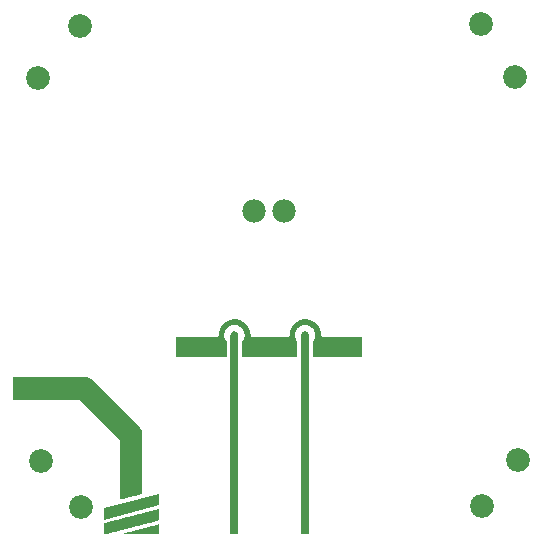
<source format=gtl>
G04 MADE WITH FRITZING*
G04 WWW.FRITZING.ORG*
G04 DOUBLE SIDED*
G04 HOLES PLATED*
G04 CONTOUR ON CENTER OF CONTOUR VECTOR*
%ASAXBY*%
%FSLAX23Y23*%
%MOIN*%
%OFA0B0*%
%SFA1.0B1.0*%
%ADD10C,0.079370*%
%ADD11C,0.078000*%
%ADD12R,0.001000X0.001000*%
%LNCOPPER1*%
G90*
G70*
G54D10*
X1684Y247D03*
X1563Y92D03*
X84Y1521D03*
X222Y1694D03*
X94Y244D03*
X1561Y1698D03*
X1674Y1523D03*
X225Y88D03*
G54D11*
X804Y1075D03*
X904Y1075D03*
G36*
X302Y85D02*
X302Y47D01*
X487Y95D01*
X487Y133D01*
X356Y99D01*
X302Y85D01*
G37*
D02*
G54D12*
X729Y714D02*
X748Y714D01*
X965Y714D02*
X984Y714D01*
X725Y713D02*
X752Y713D01*
X960Y713D02*
X988Y713D01*
X722Y712D02*
X755Y712D01*
X957Y712D02*
X991Y712D01*
X719Y711D02*
X758Y711D01*
X955Y711D02*
X994Y711D01*
X717Y710D02*
X760Y710D01*
X953Y710D02*
X996Y710D01*
X715Y709D02*
X762Y709D01*
X950Y709D02*
X998Y709D01*
X713Y708D02*
X764Y708D01*
X949Y708D02*
X1000Y708D01*
X711Y707D02*
X766Y707D01*
X947Y707D02*
X1002Y707D01*
X710Y706D02*
X767Y706D01*
X945Y706D02*
X1003Y706D01*
X708Y705D02*
X769Y705D01*
X944Y705D02*
X1005Y705D01*
X707Y704D02*
X770Y704D01*
X943Y704D02*
X1006Y704D01*
X706Y703D02*
X771Y703D01*
X941Y703D02*
X1007Y703D01*
X704Y702D02*
X773Y702D01*
X940Y702D02*
X1008Y702D01*
X703Y701D02*
X774Y701D01*
X939Y701D02*
X1009Y701D01*
X702Y700D02*
X775Y700D01*
X938Y700D02*
X1011Y700D01*
X701Y699D02*
X776Y699D01*
X937Y699D02*
X1012Y699D01*
X700Y698D02*
X777Y698D01*
X936Y698D02*
X1012Y698D01*
X699Y697D02*
X778Y697D01*
X935Y697D02*
X1013Y697D01*
X699Y696D02*
X778Y696D01*
X934Y696D02*
X1014Y696D01*
X698Y695D02*
X730Y695D01*
X745Y695D02*
X779Y695D01*
X934Y695D02*
X966Y695D01*
X980Y695D02*
X1015Y695D01*
X697Y694D02*
X727Y694D01*
X749Y694D02*
X780Y694D01*
X933Y694D02*
X962Y694D01*
X984Y694D02*
X1016Y694D01*
X696Y693D02*
X724Y693D01*
X751Y693D02*
X781Y693D01*
X932Y693D02*
X960Y693D01*
X987Y693D02*
X1017Y693D01*
X696Y692D02*
X722Y692D01*
X753Y692D02*
X781Y692D01*
X931Y692D02*
X958Y692D01*
X989Y692D02*
X1017Y692D01*
X695Y691D02*
X720Y691D01*
X755Y691D02*
X782Y691D01*
X931Y691D02*
X956Y691D01*
X991Y691D02*
X1018Y691D01*
X694Y690D02*
X718Y690D01*
X757Y690D02*
X783Y690D01*
X930Y690D02*
X954Y690D01*
X992Y690D02*
X1019Y690D01*
X694Y689D02*
X717Y689D01*
X758Y689D02*
X783Y689D01*
X929Y689D02*
X953Y689D01*
X994Y689D02*
X1019Y689D01*
X693Y688D02*
X716Y688D01*
X760Y688D02*
X784Y688D01*
X929Y688D02*
X951Y688D01*
X995Y688D02*
X1020Y688D01*
X693Y687D02*
X715Y687D01*
X761Y687D02*
X784Y687D01*
X928Y687D02*
X950Y687D01*
X996Y687D02*
X1020Y687D01*
X692Y686D02*
X714Y686D01*
X762Y686D02*
X785Y686D01*
X928Y686D02*
X949Y686D01*
X997Y686D02*
X1021Y686D01*
X692Y685D02*
X713Y685D01*
X763Y685D02*
X785Y685D01*
X927Y685D02*
X948Y685D01*
X998Y685D02*
X1021Y685D01*
X691Y684D02*
X712Y684D01*
X764Y684D02*
X786Y684D01*
X927Y684D02*
X947Y684D01*
X999Y684D02*
X1022Y684D01*
X691Y683D02*
X711Y683D01*
X764Y683D02*
X786Y683D01*
X926Y683D02*
X946Y683D01*
X1000Y683D02*
X1022Y683D01*
X690Y682D02*
X710Y682D01*
X765Y682D02*
X787Y682D01*
X926Y682D02*
X946Y682D01*
X1001Y682D02*
X1023Y682D01*
X690Y681D02*
X709Y681D01*
X766Y681D02*
X787Y681D01*
X926Y681D02*
X945Y681D01*
X1002Y681D02*
X1023Y681D01*
X689Y680D02*
X709Y680D01*
X767Y680D02*
X788Y680D01*
X925Y680D02*
X944Y680D01*
X1002Y680D02*
X1023Y680D01*
X689Y679D02*
X708Y679D01*
X767Y679D02*
X788Y679D01*
X925Y679D02*
X944Y679D01*
X1003Y679D02*
X1024Y679D01*
X689Y678D02*
X707Y678D01*
X768Y678D02*
X788Y678D01*
X925Y678D02*
X943Y678D01*
X1003Y678D02*
X1024Y678D01*
X688Y677D02*
X707Y677D01*
X768Y677D02*
X789Y677D01*
X924Y677D02*
X943Y677D01*
X1004Y677D02*
X1024Y677D01*
X688Y676D02*
X706Y676D01*
X769Y676D02*
X789Y676D01*
X924Y676D02*
X942Y676D01*
X1004Y676D02*
X1025Y676D01*
X688Y675D02*
X706Y675D01*
X769Y675D02*
X789Y675D01*
X924Y675D02*
X942Y675D01*
X1005Y675D02*
X1025Y675D01*
X688Y674D02*
X706Y674D01*
X735Y674D02*
X740Y674D01*
X770Y674D02*
X789Y674D01*
X924Y674D02*
X941Y674D01*
X970Y674D02*
X976Y674D01*
X1005Y674D02*
X1025Y674D01*
X687Y673D02*
X705Y673D01*
X732Y673D02*
X743Y673D01*
X770Y673D02*
X790Y673D01*
X923Y673D02*
X941Y673D01*
X968Y673D02*
X979Y673D01*
X1006Y673D02*
X1025Y673D01*
X687Y672D02*
X705Y672D01*
X731Y672D02*
X745Y672D01*
X770Y672D02*
X790Y672D01*
X923Y672D02*
X941Y672D01*
X966Y672D02*
X980Y672D01*
X1006Y672D02*
X1026Y672D01*
X687Y671D02*
X705Y671D01*
X729Y671D02*
X746Y671D01*
X771Y671D02*
X790Y671D01*
X923Y671D02*
X940Y671D01*
X965Y671D02*
X981Y671D01*
X1006Y671D02*
X1026Y671D01*
X687Y670D02*
X704Y670D01*
X729Y670D02*
X747Y670D01*
X771Y670D02*
X790Y670D01*
X923Y670D02*
X940Y670D01*
X964Y670D02*
X982Y670D01*
X1007Y670D02*
X1026Y670D01*
X687Y669D02*
X704Y669D01*
X728Y669D02*
X748Y669D01*
X771Y669D02*
X790Y669D01*
X923Y669D02*
X940Y669D01*
X963Y669D02*
X983Y669D01*
X1007Y669D02*
X1026Y669D01*
X687Y668D02*
X704Y668D01*
X727Y668D02*
X748Y668D01*
X771Y668D02*
X790Y668D01*
X923Y668D02*
X940Y668D01*
X963Y668D02*
X984Y668D01*
X1007Y668D02*
X1026Y668D01*
X687Y667D02*
X704Y667D01*
X727Y667D02*
X749Y667D01*
X771Y667D02*
X790Y667D01*
X922Y667D02*
X939Y667D01*
X962Y667D02*
X984Y667D01*
X1007Y667D02*
X1026Y667D01*
X687Y666D02*
X704Y666D01*
X726Y666D02*
X749Y666D01*
X772Y666D02*
X790Y666D01*
X922Y666D02*
X939Y666D01*
X962Y666D02*
X985Y666D01*
X1007Y666D02*
X1026Y666D01*
X687Y665D02*
X704Y665D01*
X726Y665D02*
X749Y665D01*
X772Y665D02*
X791Y665D01*
X922Y665D02*
X939Y665D01*
X962Y665D02*
X985Y665D01*
X1007Y665D02*
X1026Y665D01*
X686Y664D02*
X703Y664D01*
X726Y664D02*
X750Y664D01*
X772Y664D02*
X791Y664D01*
X922Y664D02*
X939Y664D01*
X961Y664D02*
X985Y664D01*
X1007Y664D02*
X1026Y664D01*
X686Y663D02*
X703Y663D01*
X726Y663D02*
X750Y663D01*
X772Y663D02*
X791Y663D01*
X922Y663D02*
X939Y663D01*
X961Y663D02*
X985Y663D01*
X1007Y663D02*
X1026Y663D01*
X686Y662D02*
X703Y662D01*
X726Y662D02*
X750Y662D01*
X772Y662D02*
X791Y662D01*
X922Y662D02*
X939Y662D01*
X961Y662D02*
X985Y662D01*
X1008Y662D02*
X1026Y662D01*
X686Y661D02*
X703Y661D01*
X725Y661D02*
X750Y661D01*
X772Y661D02*
X791Y661D01*
X922Y661D02*
X939Y661D01*
X961Y661D02*
X985Y661D01*
X1008Y661D02*
X1027Y661D01*
X686Y660D02*
X703Y660D01*
X725Y660D02*
X750Y660D01*
X772Y660D02*
X791Y660D01*
X922Y660D02*
X939Y660D01*
X961Y660D02*
X985Y660D01*
X1007Y660D02*
X1027Y660D01*
X685Y659D02*
X704Y659D01*
X725Y659D02*
X750Y659D01*
X772Y659D02*
X792Y659D01*
X921Y659D02*
X939Y659D01*
X961Y659D02*
X985Y659D01*
X1007Y659D02*
X1028Y659D01*
X684Y658D02*
X704Y658D01*
X725Y658D02*
X750Y658D01*
X772Y658D02*
X793Y658D01*
X920Y658D02*
X939Y658D01*
X961Y658D02*
X985Y658D01*
X1007Y658D02*
X1028Y658D01*
X683Y657D02*
X704Y657D01*
X725Y657D02*
X750Y657D01*
X772Y657D02*
X794Y657D01*
X919Y657D02*
X939Y657D01*
X961Y657D02*
X985Y657D01*
X1007Y657D02*
X1030Y657D01*
X545Y656D02*
X704Y656D01*
X725Y656D02*
X750Y656D01*
X771Y656D02*
X940Y656D01*
X961Y656D02*
X985Y656D01*
X1007Y656D02*
X1055Y656D01*
X545Y655D02*
X704Y655D01*
X725Y655D02*
X750Y655D01*
X771Y655D02*
X940Y655D01*
X961Y655D02*
X985Y655D01*
X1007Y655D02*
X1161Y655D01*
X545Y654D02*
X704Y654D01*
X725Y654D02*
X750Y654D01*
X771Y654D02*
X940Y654D01*
X961Y654D02*
X985Y654D01*
X1007Y654D02*
X1161Y654D01*
X545Y653D02*
X705Y653D01*
X725Y653D02*
X750Y653D01*
X771Y653D02*
X940Y653D01*
X961Y653D02*
X985Y653D01*
X1006Y653D02*
X1161Y653D01*
X545Y652D02*
X705Y652D01*
X725Y652D02*
X750Y652D01*
X770Y652D02*
X941Y652D01*
X961Y652D02*
X985Y652D01*
X1006Y652D02*
X1161Y652D01*
X545Y651D02*
X705Y651D01*
X725Y651D02*
X750Y651D01*
X770Y651D02*
X941Y651D01*
X961Y651D02*
X985Y651D01*
X1006Y651D02*
X1161Y651D01*
X545Y650D02*
X706Y650D01*
X725Y650D02*
X750Y650D01*
X770Y650D02*
X941Y650D01*
X961Y650D02*
X985Y650D01*
X1005Y650D02*
X1161Y650D01*
X545Y649D02*
X706Y649D01*
X725Y649D02*
X750Y649D01*
X769Y649D02*
X942Y649D01*
X961Y649D02*
X985Y649D01*
X1005Y649D02*
X1161Y649D01*
X545Y648D02*
X706Y648D01*
X725Y648D02*
X750Y648D01*
X769Y648D02*
X942Y648D01*
X961Y648D02*
X985Y648D01*
X1004Y648D02*
X1161Y648D01*
X545Y647D02*
X707Y647D01*
X725Y647D02*
X750Y647D01*
X768Y647D02*
X943Y647D01*
X961Y647D02*
X985Y647D01*
X1004Y647D02*
X1161Y647D01*
X545Y646D02*
X707Y646D01*
X725Y646D02*
X750Y646D01*
X768Y646D02*
X943Y646D01*
X961Y646D02*
X985Y646D01*
X1003Y646D02*
X1161Y646D01*
X545Y645D02*
X708Y645D01*
X725Y645D02*
X750Y645D01*
X767Y645D02*
X944Y645D01*
X961Y645D02*
X985Y645D01*
X1003Y645D02*
X1161Y645D01*
X545Y644D02*
X709Y644D01*
X725Y644D02*
X750Y644D01*
X767Y644D02*
X944Y644D01*
X961Y644D02*
X985Y644D01*
X1002Y644D02*
X1161Y644D01*
X545Y643D02*
X709Y643D01*
X725Y643D02*
X750Y643D01*
X766Y643D02*
X945Y643D01*
X961Y643D02*
X985Y643D01*
X1002Y643D02*
X1161Y643D01*
X545Y642D02*
X710Y642D01*
X725Y642D02*
X750Y642D01*
X765Y642D02*
X946Y642D01*
X961Y642D02*
X985Y642D01*
X1001Y642D02*
X1161Y642D01*
X545Y641D02*
X711Y641D01*
X725Y641D02*
X750Y641D01*
X764Y641D02*
X947Y641D01*
X961Y641D02*
X985Y641D01*
X1000Y641D02*
X1161Y641D01*
X545Y640D02*
X712Y640D01*
X725Y640D02*
X750Y640D01*
X764Y640D02*
X947Y640D01*
X961Y640D02*
X985Y640D01*
X999Y640D02*
X1161Y640D01*
X545Y639D02*
X712Y639D01*
X725Y639D02*
X750Y639D01*
X763Y639D02*
X947Y639D01*
X961Y639D02*
X985Y639D01*
X999Y639D02*
X1161Y639D01*
X545Y638D02*
X712Y638D01*
X725Y638D02*
X750Y638D01*
X763Y638D02*
X947Y638D01*
X961Y638D02*
X985Y638D01*
X999Y638D02*
X1161Y638D01*
X545Y637D02*
X712Y637D01*
X725Y637D02*
X750Y637D01*
X763Y637D02*
X947Y637D01*
X961Y637D02*
X985Y637D01*
X999Y637D02*
X1161Y637D01*
X545Y636D02*
X712Y636D01*
X725Y636D02*
X750Y636D01*
X763Y636D02*
X947Y636D01*
X961Y636D02*
X985Y636D01*
X999Y636D02*
X1161Y636D01*
X545Y635D02*
X712Y635D01*
X725Y635D02*
X750Y635D01*
X763Y635D02*
X947Y635D01*
X961Y635D02*
X985Y635D01*
X999Y635D02*
X1161Y635D01*
X545Y634D02*
X712Y634D01*
X725Y634D02*
X750Y634D01*
X763Y634D02*
X947Y634D01*
X961Y634D02*
X985Y634D01*
X999Y634D02*
X1161Y634D01*
X545Y633D02*
X712Y633D01*
X725Y633D02*
X750Y633D01*
X763Y633D02*
X947Y633D01*
X961Y633D02*
X985Y633D01*
X999Y633D02*
X1161Y633D01*
X545Y632D02*
X712Y632D01*
X725Y632D02*
X750Y632D01*
X763Y632D02*
X947Y632D01*
X961Y632D02*
X985Y632D01*
X999Y632D02*
X1161Y632D01*
X545Y631D02*
X712Y631D01*
X725Y631D02*
X750Y631D01*
X763Y631D02*
X947Y631D01*
X961Y631D02*
X985Y631D01*
X999Y631D02*
X1161Y631D01*
X545Y630D02*
X712Y630D01*
X725Y630D02*
X750Y630D01*
X763Y630D02*
X947Y630D01*
X961Y630D02*
X985Y630D01*
X999Y630D02*
X1161Y630D01*
X545Y629D02*
X712Y629D01*
X725Y629D02*
X750Y629D01*
X763Y629D02*
X947Y629D01*
X961Y629D02*
X985Y629D01*
X999Y629D02*
X1161Y629D01*
X545Y628D02*
X712Y628D01*
X725Y628D02*
X750Y628D01*
X763Y628D02*
X947Y628D01*
X961Y628D02*
X985Y628D01*
X999Y628D02*
X1161Y628D01*
X545Y627D02*
X712Y627D01*
X725Y627D02*
X750Y627D01*
X763Y627D02*
X947Y627D01*
X961Y627D02*
X985Y627D01*
X999Y627D02*
X1161Y627D01*
X545Y626D02*
X712Y626D01*
X725Y626D02*
X750Y626D01*
X763Y626D02*
X947Y626D01*
X961Y626D02*
X985Y626D01*
X999Y626D02*
X1161Y626D01*
X545Y625D02*
X712Y625D01*
X725Y625D02*
X750Y625D01*
X763Y625D02*
X947Y625D01*
X961Y625D02*
X985Y625D01*
X999Y625D02*
X1161Y625D01*
X545Y624D02*
X712Y624D01*
X725Y624D02*
X750Y624D01*
X763Y624D02*
X947Y624D01*
X961Y624D02*
X985Y624D01*
X999Y624D02*
X1161Y624D01*
X545Y623D02*
X712Y623D01*
X725Y623D02*
X750Y623D01*
X763Y623D02*
X947Y623D01*
X961Y623D02*
X985Y623D01*
X999Y623D02*
X1161Y623D01*
X545Y622D02*
X712Y622D01*
X725Y622D02*
X750Y622D01*
X763Y622D02*
X947Y622D01*
X961Y622D02*
X985Y622D01*
X999Y622D02*
X1161Y622D01*
X545Y621D02*
X712Y621D01*
X725Y621D02*
X750Y621D01*
X763Y621D02*
X947Y621D01*
X961Y621D02*
X985Y621D01*
X999Y621D02*
X1161Y621D01*
X545Y620D02*
X712Y620D01*
X725Y620D02*
X750Y620D01*
X763Y620D02*
X947Y620D01*
X961Y620D02*
X985Y620D01*
X999Y620D02*
X1161Y620D01*
X545Y619D02*
X712Y619D01*
X725Y619D02*
X750Y619D01*
X763Y619D02*
X947Y619D01*
X961Y619D02*
X985Y619D01*
X999Y619D02*
X1161Y619D01*
X545Y618D02*
X712Y618D01*
X725Y618D02*
X750Y618D01*
X763Y618D02*
X947Y618D01*
X961Y618D02*
X985Y618D01*
X999Y618D02*
X1161Y618D01*
X545Y617D02*
X712Y617D01*
X725Y617D02*
X750Y617D01*
X763Y617D02*
X947Y617D01*
X961Y617D02*
X985Y617D01*
X999Y617D02*
X1161Y617D01*
X545Y616D02*
X712Y616D01*
X725Y616D02*
X750Y616D01*
X763Y616D02*
X947Y616D01*
X961Y616D02*
X985Y616D01*
X999Y616D02*
X1161Y616D01*
X545Y615D02*
X712Y615D01*
X725Y615D02*
X750Y615D01*
X763Y615D02*
X947Y615D01*
X961Y615D02*
X985Y615D01*
X999Y615D02*
X1161Y615D01*
X545Y614D02*
X712Y614D01*
X725Y614D02*
X750Y614D01*
X763Y614D02*
X947Y614D01*
X961Y614D02*
X985Y614D01*
X999Y614D02*
X1161Y614D01*
X545Y613D02*
X712Y613D01*
X725Y613D02*
X750Y613D01*
X763Y613D02*
X947Y613D01*
X961Y613D02*
X985Y613D01*
X999Y613D02*
X1161Y613D01*
X545Y612D02*
X712Y612D01*
X725Y612D02*
X750Y612D01*
X763Y612D02*
X947Y612D01*
X961Y612D02*
X985Y612D01*
X999Y612D02*
X1161Y612D01*
X545Y611D02*
X712Y611D01*
X725Y611D02*
X750Y611D01*
X763Y611D02*
X947Y611D01*
X961Y611D02*
X985Y611D01*
X999Y611D02*
X1161Y611D01*
X545Y610D02*
X712Y610D01*
X725Y610D02*
X750Y610D01*
X763Y610D02*
X947Y610D01*
X961Y610D02*
X985Y610D01*
X999Y610D02*
X1161Y610D01*
X545Y609D02*
X712Y609D01*
X725Y609D02*
X750Y609D01*
X763Y609D02*
X947Y609D01*
X961Y609D02*
X985Y609D01*
X999Y609D02*
X1161Y609D01*
X545Y608D02*
X712Y608D01*
X725Y608D02*
X750Y608D01*
X763Y608D02*
X947Y608D01*
X961Y608D02*
X985Y608D01*
X999Y608D02*
X1161Y608D01*
X545Y607D02*
X712Y607D01*
X725Y607D02*
X750Y607D01*
X763Y607D02*
X947Y607D01*
X961Y607D02*
X985Y607D01*
X999Y607D02*
X1161Y607D01*
X545Y606D02*
X712Y606D01*
X725Y606D02*
X750Y606D01*
X763Y606D02*
X947Y606D01*
X961Y606D02*
X985Y606D01*
X999Y606D02*
X1161Y606D01*
X545Y605D02*
X712Y605D01*
X725Y605D02*
X750Y605D01*
X763Y605D02*
X947Y605D01*
X961Y605D02*
X985Y605D01*
X999Y605D02*
X1161Y605D01*
X545Y604D02*
X712Y604D01*
X725Y604D02*
X750Y604D01*
X763Y604D02*
X947Y604D01*
X961Y604D02*
X985Y604D01*
X999Y604D02*
X1161Y604D01*
X545Y603D02*
X712Y603D01*
X725Y603D02*
X750Y603D01*
X763Y603D02*
X947Y603D01*
X961Y603D02*
X985Y603D01*
X999Y603D02*
X1161Y603D01*
X545Y602D02*
X712Y602D01*
X725Y602D02*
X750Y602D01*
X763Y602D02*
X947Y602D01*
X961Y602D02*
X985Y602D01*
X999Y602D02*
X1161Y602D01*
X545Y601D02*
X712Y601D01*
X725Y601D02*
X750Y601D01*
X763Y601D02*
X947Y601D01*
X961Y601D02*
X985Y601D01*
X999Y601D02*
X1161Y601D01*
X545Y600D02*
X712Y600D01*
X725Y600D02*
X750Y600D01*
X763Y600D02*
X947Y600D01*
X961Y600D02*
X985Y600D01*
X999Y600D02*
X1161Y600D01*
X545Y599D02*
X712Y599D01*
X725Y599D02*
X750Y599D01*
X763Y599D02*
X947Y599D01*
X961Y599D02*
X985Y599D01*
X999Y599D02*
X1161Y599D01*
X545Y598D02*
X712Y598D01*
X725Y598D02*
X750Y598D01*
X763Y598D02*
X947Y598D01*
X961Y598D02*
X985Y598D01*
X999Y598D02*
X1161Y598D01*
X545Y597D02*
X712Y597D01*
X725Y597D02*
X750Y597D01*
X763Y597D02*
X947Y597D01*
X961Y597D02*
X985Y597D01*
X999Y597D02*
X1161Y597D01*
X545Y596D02*
X712Y596D01*
X725Y596D02*
X750Y596D01*
X763Y596D02*
X947Y596D01*
X961Y596D02*
X985Y596D01*
X999Y596D02*
X1161Y596D01*
X545Y595D02*
X712Y595D01*
X725Y595D02*
X750Y595D01*
X763Y595D02*
X947Y595D01*
X961Y595D02*
X985Y595D01*
X999Y595D02*
X1161Y595D01*
X545Y594D02*
X712Y594D01*
X725Y594D02*
X750Y594D01*
X763Y594D02*
X947Y594D01*
X961Y594D02*
X985Y594D01*
X999Y594D02*
X1161Y594D01*
X545Y593D02*
X712Y593D01*
X725Y593D02*
X750Y593D01*
X763Y593D02*
X947Y593D01*
X961Y593D02*
X985Y593D01*
X999Y593D02*
X1161Y593D01*
X545Y592D02*
X712Y592D01*
X725Y592D02*
X750Y592D01*
X763Y592D02*
X947Y592D01*
X961Y592D02*
X985Y592D01*
X999Y592D02*
X1161Y592D01*
X545Y591D02*
X712Y591D01*
X725Y591D02*
X750Y591D01*
X763Y591D02*
X947Y591D01*
X961Y591D02*
X985Y591D01*
X999Y591D02*
X1161Y591D01*
X545Y590D02*
X712Y590D01*
X725Y590D02*
X750Y590D01*
X763Y590D02*
X947Y590D01*
X961Y590D02*
X985Y590D01*
X999Y590D02*
X1161Y590D01*
X545Y589D02*
X712Y589D01*
X725Y589D02*
X750Y589D01*
X764Y589D02*
X947Y589D01*
X961Y589D02*
X985Y589D01*
X999Y589D02*
X1161Y589D01*
X725Y588D02*
X750Y588D01*
X961Y588D02*
X985Y588D01*
X725Y587D02*
X750Y587D01*
X961Y587D02*
X985Y587D01*
X725Y586D02*
X750Y586D01*
X961Y586D02*
X985Y586D01*
X725Y585D02*
X750Y585D01*
X961Y585D02*
X985Y585D01*
X725Y584D02*
X750Y584D01*
X961Y584D02*
X985Y584D01*
X725Y583D02*
X750Y583D01*
X961Y583D02*
X985Y583D01*
X725Y582D02*
X750Y582D01*
X961Y582D02*
X985Y582D01*
X725Y581D02*
X750Y581D01*
X961Y581D02*
X985Y581D01*
X725Y580D02*
X750Y580D01*
X961Y580D02*
X985Y580D01*
X725Y579D02*
X750Y579D01*
X961Y579D02*
X985Y579D01*
X725Y578D02*
X750Y578D01*
X961Y578D02*
X985Y578D01*
X725Y577D02*
X750Y577D01*
X961Y577D02*
X985Y577D01*
X725Y576D02*
X750Y576D01*
X961Y576D02*
X985Y576D01*
X725Y575D02*
X750Y575D01*
X961Y575D02*
X985Y575D01*
X725Y574D02*
X750Y574D01*
X961Y574D02*
X985Y574D01*
X725Y573D02*
X750Y573D01*
X961Y573D02*
X985Y573D01*
X725Y572D02*
X750Y572D01*
X961Y572D02*
X985Y572D01*
X725Y571D02*
X750Y571D01*
X961Y571D02*
X985Y571D01*
X725Y570D02*
X750Y570D01*
X961Y570D02*
X985Y570D01*
X725Y569D02*
X750Y569D01*
X961Y569D02*
X985Y569D01*
X725Y568D02*
X750Y568D01*
X961Y568D02*
X985Y568D01*
X725Y567D02*
X750Y567D01*
X961Y567D02*
X985Y567D01*
X725Y566D02*
X750Y566D01*
X961Y566D02*
X985Y566D01*
X725Y565D02*
X750Y565D01*
X961Y565D02*
X985Y565D01*
X725Y564D02*
X750Y564D01*
X961Y564D02*
X985Y564D01*
X725Y563D02*
X750Y563D01*
X961Y563D02*
X985Y563D01*
X725Y562D02*
X750Y562D01*
X961Y562D02*
X985Y562D01*
X725Y561D02*
X750Y561D01*
X961Y561D02*
X985Y561D01*
X725Y560D02*
X750Y560D01*
X961Y560D02*
X985Y560D01*
X725Y559D02*
X750Y559D01*
X961Y559D02*
X985Y559D01*
X725Y558D02*
X750Y558D01*
X961Y558D02*
X985Y558D01*
X725Y557D02*
X750Y557D01*
X961Y557D02*
X985Y557D01*
X725Y556D02*
X750Y556D01*
X961Y556D02*
X985Y556D01*
X725Y555D02*
X750Y555D01*
X961Y555D02*
X985Y555D01*
X725Y554D02*
X750Y554D01*
X961Y554D02*
X985Y554D01*
X725Y553D02*
X750Y553D01*
X961Y553D02*
X985Y553D01*
X725Y552D02*
X750Y552D01*
X961Y552D02*
X985Y552D01*
X725Y551D02*
X750Y551D01*
X961Y551D02*
X985Y551D01*
X725Y550D02*
X750Y550D01*
X961Y550D02*
X985Y550D01*
X725Y549D02*
X750Y549D01*
X961Y549D02*
X985Y549D01*
X725Y548D02*
X750Y548D01*
X961Y548D02*
X985Y548D01*
X725Y547D02*
X750Y547D01*
X961Y547D02*
X985Y547D01*
X725Y546D02*
X750Y546D01*
X961Y546D02*
X985Y546D01*
X725Y545D02*
X750Y545D01*
X961Y545D02*
X985Y545D01*
X725Y544D02*
X750Y544D01*
X961Y544D02*
X985Y544D01*
X725Y543D02*
X750Y543D01*
X961Y543D02*
X985Y543D01*
X725Y542D02*
X750Y542D01*
X961Y542D02*
X985Y542D01*
X725Y541D02*
X750Y541D01*
X961Y541D02*
X985Y541D01*
X725Y540D02*
X750Y540D01*
X961Y540D02*
X985Y540D01*
X725Y539D02*
X750Y539D01*
X961Y539D02*
X985Y539D01*
X725Y538D02*
X750Y538D01*
X961Y538D02*
X985Y538D01*
X725Y537D02*
X750Y537D01*
X961Y537D02*
X985Y537D01*
X725Y536D02*
X750Y536D01*
X961Y536D02*
X985Y536D01*
X725Y535D02*
X750Y535D01*
X961Y535D02*
X985Y535D01*
X725Y534D02*
X750Y534D01*
X961Y534D02*
X985Y534D01*
X725Y533D02*
X750Y533D01*
X961Y533D02*
X985Y533D01*
X725Y532D02*
X750Y532D01*
X961Y532D02*
X985Y532D01*
X725Y531D02*
X750Y531D01*
X961Y531D02*
X985Y531D01*
X725Y530D02*
X750Y530D01*
X961Y530D02*
X985Y530D01*
X725Y529D02*
X750Y529D01*
X961Y529D02*
X985Y529D01*
X725Y528D02*
X750Y528D01*
X961Y528D02*
X985Y528D01*
X725Y527D02*
X750Y527D01*
X961Y527D02*
X985Y527D01*
X725Y526D02*
X750Y526D01*
X961Y526D02*
X985Y526D01*
X725Y525D02*
X750Y525D01*
X961Y525D02*
X985Y525D01*
X725Y524D02*
X750Y524D01*
X961Y524D02*
X985Y524D01*
X725Y523D02*
X750Y523D01*
X961Y523D02*
X985Y523D01*
X0Y522D02*
X245Y522D01*
X725Y522D02*
X750Y522D01*
X961Y522D02*
X985Y522D01*
X0Y521D02*
X249Y521D01*
X725Y521D02*
X750Y521D01*
X961Y521D02*
X985Y521D01*
X0Y520D02*
X251Y520D01*
X725Y520D02*
X750Y520D01*
X961Y520D02*
X985Y520D01*
X0Y519D02*
X254Y519D01*
X725Y519D02*
X750Y519D01*
X961Y519D02*
X985Y519D01*
X0Y518D02*
X256Y518D01*
X725Y518D02*
X750Y518D01*
X961Y518D02*
X985Y518D01*
X0Y517D02*
X257Y517D01*
X725Y517D02*
X750Y517D01*
X961Y517D02*
X985Y517D01*
X0Y516D02*
X259Y516D01*
X725Y516D02*
X750Y516D01*
X961Y516D02*
X985Y516D01*
X0Y515D02*
X260Y515D01*
X725Y515D02*
X750Y515D01*
X961Y515D02*
X985Y515D01*
X0Y514D02*
X261Y514D01*
X725Y514D02*
X750Y514D01*
X961Y514D02*
X985Y514D01*
X0Y513D02*
X262Y513D01*
X725Y513D02*
X750Y513D01*
X961Y513D02*
X985Y513D01*
X0Y512D02*
X264Y512D01*
X725Y512D02*
X750Y512D01*
X961Y512D02*
X985Y512D01*
X0Y511D02*
X265Y511D01*
X725Y511D02*
X750Y511D01*
X961Y511D02*
X985Y511D01*
X0Y510D02*
X266Y510D01*
X725Y510D02*
X750Y510D01*
X961Y510D02*
X985Y510D01*
X0Y509D02*
X267Y509D01*
X725Y509D02*
X750Y509D01*
X961Y509D02*
X985Y509D01*
X0Y508D02*
X268Y508D01*
X725Y508D02*
X750Y508D01*
X961Y508D02*
X985Y508D01*
X0Y507D02*
X269Y507D01*
X725Y507D02*
X750Y507D01*
X961Y507D02*
X985Y507D01*
X0Y506D02*
X270Y506D01*
X725Y506D02*
X750Y506D01*
X961Y506D02*
X985Y506D01*
X0Y505D02*
X271Y505D01*
X725Y505D02*
X750Y505D01*
X961Y505D02*
X985Y505D01*
X0Y504D02*
X272Y504D01*
X725Y504D02*
X750Y504D01*
X961Y504D02*
X985Y504D01*
X0Y503D02*
X273Y503D01*
X725Y503D02*
X750Y503D01*
X961Y503D02*
X985Y503D01*
X0Y502D02*
X274Y502D01*
X725Y502D02*
X750Y502D01*
X961Y502D02*
X985Y502D01*
X0Y501D02*
X275Y501D01*
X725Y501D02*
X750Y501D01*
X961Y501D02*
X985Y501D01*
X0Y500D02*
X276Y500D01*
X725Y500D02*
X750Y500D01*
X961Y500D02*
X985Y500D01*
X0Y499D02*
X277Y499D01*
X725Y499D02*
X750Y499D01*
X961Y499D02*
X985Y499D01*
X0Y498D02*
X278Y498D01*
X725Y498D02*
X750Y498D01*
X961Y498D02*
X985Y498D01*
X0Y497D02*
X279Y497D01*
X725Y497D02*
X750Y497D01*
X961Y497D02*
X985Y497D01*
X0Y496D02*
X280Y496D01*
X725Y496D02*
X750Y496D01*
X961Y496D02*
X985Y496D01*
X0Y495D02*
X281Y495D01*
X725Y495D02*
X750Y495D01*
X961Y495D02*
X985Y495D01*
X0Y494D02*
X282Y494D01*
X725Y494D02*
X750Y494D01*
X961Y494D02*
X985Y494D01*
X0Y493D02*
X283Y493D01*
X725Y493D02*
X750Y493D01*
X961Y493D02*
X985Y493D01*
X0Y492D02*
X284Y492D01*
X725Y492D02*
X750Y492D01*
X961Y492D02*
X985Y492D01*
X0Y491D02*
X285Y491D01*
X725Y491D02*
X750Y491D01*
X961Y491D02*
X985Y491D01*
X0Y490D02*
X286Y490D01*
X725Y490D02*
X750Y490D01*
X961Y490D02*
X985Y490D01*
X0Y489D02*
X287Y489D01*
X725Y489D02*
X750Y489D01*
X961Y489D02*
X985Y489D01*
X0Y488D02*
X288Y488D01*
X725Y488D02*
X750Y488D01*
X961Y488D02*
X985Y488D01*
X0Y487D02*
X289Y487D01*
X725Y487D02*
X750Y487D01*
X961Y487D02*
X985Y487D01*
X0Y486D02*
X290Y486D01*
X725Y486D02*
X750Y486D01*
X961Y486D02*
X985Y486D01*
X0Y485D02*
X291Y485D01*
X725Y485D02*
X750Y485D01*
X961Y485D02*
X985Y485D01*
X0Y484D02*
X292Y484D01*
X725Y484D02*
X750Y484D01*
X961Y484D02*
X985Y484D01*
X0Y483D02*
X293Y483D01*
X725Y483D02*
X750Y483D01*
X961Y483D02*
X985Y483D01*
X0Y482D02*
X294Y482D01*
X725Y482D02*
X750Y482D01*
X961Y482D02*
X985Y482D01*
X0Y481D02*
X295Y481D01*
X725Y481D02*
X750Y481D01*
X961Y481D02*
X985Y481D01*
X0Y480D02*
X296Y480D01*
X725Y480D02*
X750Y480D01*
X961Y480D02*
X985Y480D01*
X0Y479D02*
X297Y479D01*
X725Y479D02*
X750Y479D01*
X961Y479D02*
X985Y479D01*
X0Y478D02*
X298Y478D01*
X725Y478D02*
X750Y478D01*
X961Y478D02*
X985Y478D01*
X0Y477D02*
X299Y477D01*
X725Y477D02*
X750Y477D01*
X961Y477D02*
X985Y477D01*
X0Y476D02*
X300Y476D01*
X725Y476D02*
X750Y476D01*
X961Y476D02*
X985Y476D01*
X0Y475D02*
X301Y475D01*
X725Y475D02*
X750Y475D01*
X961Y475D02*
X985Y475D01*
X0Y474D02*
X302Y474D01*
X725Y474D02*
X750Y474D01*
X961Y474D02*
X985Y474D01*
X0Y473D02*
X303Y473D01*
X725Y473D02*
X750Y473D01*
X961Y473D02*
X985Y473D01*
X0Y472D02*
X304Y472D01*
X725Y472D02*
X750Y472D01*
X961Y472D02*
X985Y472D01*
X0Y471D02*
X305Y471D01*
X725Y471D02*
X750Y471D01*
X961Y471D02*
X985Y471D01*
X0Y470D02*
X306Y470D01*
X725Y470D02*
X750Y470D01*
X961Y470D02*
X985Y470D01*
X0Y469D02*
X307Y469D01*
X725Y469D02*
X750Y469D01*
X961Y469D02*
X985Y469D01*
X0Y468D02*
X308Y468D01*
X725Y468D02*
X750Y468D01*
X961Y468D02*
X985Y468D01*
X0Y467D02*
X309Y467D01*
X725Y467D02*
X750Y467D01*
X961Y467D02*
X985Y467D01*
X0Y466D02*
X310Y466D01*
X725Y466D02*
X750Y466D01*
X961Y466D02*
X985Y466D01*
X0Y465D02*
X311Y465D01*
X725Y465D02*
X750Y465D01*
X961Y465D02*
X985Y465D01*
X0Y464D02*
X312Y464D01*
X725Y464D02*
X750Y464D01*
X961Y464D02*
X985Y464D01*
X0Y463D02*
X313Y463D01*
X725Y463D02*
X750Y463D01*
X961Y463D02*
X985Y463D01*
X0Y462D02*
X314Y462D01*
X725Y462D02*
X750Y462D01*
X961Y462D02*
X985Y462D01*
X0Y461D02*
X315Y461D01*
X725Y461D02*
X750Y461D01*
X961Y461D02*
X985Y461D01*
X0Y460D02*
X316Y460D01*
X725Y460D02*
X750Y460D01*
X961Y460D02*
X985Y460D01*
X0Y459D02*
X317Y459D01*
X725Y459D02*
X750Y459D01*
X961Y459D02*
X985Y459D01*
X0Y458D02*
X318Y458D01*
X725Y458D02*
X750Y458D01*
X961Y458D02*
X985Y458D01*
X0Y457D02*
X319Y457D01*
X725Y457D02*
X750Y457D01*
X961Y457D02*
X985Y457D01*
X0Y456D02*
X320Y456D01*
X725Y456D02*
X750Y456D01*
X961Y456D02*
X985Y456D01*
X0Y455D02*
X321Y455D01*
X725Y455D02*
X750Y455D01*
X961Y455D02*
X985Y455D01*
X0Y454D02*
X322Y454D01*
X725Y454D02*
X750Y454D01*
X961Y454D02*
X985Y454D01*
X0Y453D02*
X323Y453D01*
X725Y453D02*
X750Y453D01*
X961Y453D02*
X985Y453D01*
X0Y452D02*
X324Y452D01*
X725Y452D02*
X750Y452D01*
X961Y452D02*
X985Y452D01*
X0Y451D02*
X325Y451D01*
X725Y451D02*
X750Y451D01*
X961Y451D02*
X985Y451D01*
X0Y450D02*
X326Y450D01*
X725Y450D02*
X750Y450D01*
X961Y450D02*
X985Y450D01*
X0Y449D02*
X327Y449D01*
X725Y449D02*
X750Y449D01*
X961Y449D02*
X985Y449D01*
X0Y448D02*
X328Y448D01*
X725Y448D02*
X750Y448D01*
X961Y448D02*
X985Y448D01*
X222Y447D02*
X329Y447D01*
X725Y447D02*
X750Y447D01*
X961Y447D02*
X985Y447D01*
X223Y446D02*
X330Y446D01*
X725Y446D02*
X750Y446D01*
X961Y446D02*
X985Y446D01*
X224Y445D02*
X331Y445D01*
X725Y445D02*
X750Y445D01*
X961Y445D02*
X985Y445D01*
X225Y444D02*
X332Y444D01*
X725Y444D02*
X750Y444D01*
X961Y444D02*
X985Y444D01*
X226Y443D02*
X333Y443D01*
X725Y443D02*
X750Y443D01*
X961Y443D02*
X985Y443D01*
X227Y442D02*
X334Y442D01*
X725Y442D02*
X750Y442D01*
X961Y442D02*
X985Y442D01*
X228Y441D02*
X335Y441D01*
X725Y441D02*
X750Y441D01*
X961Y441D02*
X985Y441D01*
X229Y440D02*
X336Y440D01*
X725Y440D02*
X750Y440D01*
X961Y440D02*
X985Y440D01*
X230Y439D02*
X337Y439D01*
X725Y439D02*
X750Y439D01*
X961Y439D02*
X985Y439D01*
X231Y438D02*
X338Y438D01*
X725Y438D02*
X750Y438D01*
X961Y438D02*
X985Y438D01*
X232Y437D02*
X339Y437D01*
X725Y437D02*
X750Y437D01*
X961Y437D02*
X985Y437D01*
X233Y436D02*
X340Y436D01*
X725Y436D02*
X750Y436D01*
X961Y436D02*
X985Y436D01*
X234Y435D02*
X341Y435D01*
X725Y435D02*
X750Y435D01*
X961Y435D02*
X985Y435D01*
X235Y434D02*
X342Y434D01*
X725Y434D02*
X750Y434D01*
X961Y434D02*
X985Y434D01*
X236Y433D02*
X343Y433D01*
X725Y433D02*
X750Y433D01*
X961Y433D02*
X985Y433D01*
X237Y432D02*
X344Y432D01*
X725Y432D02*
X750Y432D01*
X961Y432D02*
X985Y432D01*
X238Y431D02*
X345Y431D01*
X725Y431D02*
X750Y431D01*
X961Y431D02*
X985Y431D01*
X239Y430D02*
X346Y430D01*
X725Y430D02*
X750Y430D01*
X961Y430D02*
X985Y430D01*
X240Y429D02*
X347Y429D01*
X725Y429D02*
X750Y429D01*
X961Y429D02*
X985Y429D01*
X241Y428D02*
X348Y428D01*
X725Y428D02*
X750Y428D01*
X961Y428D02*
X985Y428D01*
X242Y427D02*
X349Y427D01*
X725Y427D02*
X750Y427D01*
X961Y427D02*
X985Y427D01*
X243Y426D02*
X350Y426D01*
X725Y426D02*
X750Y426D01*
X961Y426D02*
X985Y426D01*
X244Y425D02*
X351Y425D01*
X725Y425D02*
X750Y425D01*
X961Y425D02*
X985Y425D01*
X245Y424D02*
X352Y424D01*
X725Y424D02*
X750Y424D01*
X961Y424D02*
X985Y424D01*
X246Y423D02*
X353Y423D01*
X725Y423D02*
X750Y423D01*
X961Y423D02*
X985Y423D01*
X247Y422D02*
X354Y422D01*
X725Y422D02*
X750Y422D01*
X961Y422D02*
X985Y422D01*
X248Y421D02*
X355Y421D01*
X725Y421D02*
X750Y421D01*
X961Y421D02*
X985Y421D01*
X249Y420D02*
X356Y420D01*
X725Y420D02*
X750Y420D01*
X961Y420D02*
X985Y420D01*
X250Y419D02*
X357Y419D01*
X725Y419D02*
X750Y419D01*
X961Y419D02*
X985Y419D01*
X251Y418D02*
X358Y418D01*
X725Y418D02*
X750Y418D01*
X961Y418D02*
X985Y418D01*
X252Y417D02*
X359Y417D01*
X725Y417D02*
X750Y417D01*
X961Y417D02*
X985Y417D01*
X253Y416D02*
X360Y416D01*
X725Y416D02*
X750Y416D01*
X961Y416D02*
X985Y416D01*
X254Y415D02*
X361Y415D01*
X725Y415D02*
X750Y415D01*
X961Y415D02*
X985Y415D01*
X255Y414D02*
X362Y414D01*
X725Y414D02*
X750Y414D01*
X961Y414D02*
X985Y414D01*
X256Y413D02*
X363Y413D01*
X725Y413D02*
X750Y413D01*
X961Y413D02*
X985Y413D01*
X257Y412D02*
X364Y412D01*
X725Y412D02*
X750Y412D01*
X961Y412D02*
X985Y412D01*
X258Y411D02*
X365Y411D01*
X725Y411D02*
X750Y411D01*
X961Y411D02*
X985Y411D01*
X259Y410D02*
X366Y410D01*
X725Y410D02*
X750Y410D01*
X961Y410D02*
X985Y410D01*
X260Y409D02*
X367Y409D01*
X725Y409D02*
X750Y409D01*
X961Y409D02*
X985Y409D01*
X261Y408D02*
X368Y408D01*
X725Y408D02*
X750Y408D01*
X961Y408D02*
X985Y408D01*
X262Y407D02*
X369Y407D01*
X725Y407D02*
X750Y407D01*
X961Y407D02*
X985Y407D01*
X263Y406D02*
X370Y406D01*
X725Y406D02*
X750Y406D01*
X961Y406D02*
X985Y406D01*
X264Y405D02*
X371Y405D01*
X725Y405D02*
X750Y405D01*
X961Y405D02*
X985Y405D01*
X265Y404D02*
X372Y404D01*
X725Y404D02*
X750Y404D01*
X961Y404D02*
X985Y404D01*
X266Y403D02*
X373Y403D01*
X725Y403D02*
X750Y403D01*
X961Y403D02*
X985Y403D01*
X267Y402D02*
X374Y402D01*
X725Y402D02*
X750Y402D01*
X961Y402D02*
X985Y402D01*
X268Y401D02*
X375Y401D01*
X725Y401D02*
X750Y401D01*
X961Y401D02*
X985Y401D01*
X269Y400D02*
X376Y400D01*
X725Y400D02*
X750Y400D01*
X961Y400D02*
X985Y400D01*
X270Y399D02*
X377Y399D01*
X725Y399D02*
X750Y399D01*
X961Y399D02*
X985Y399D01*
X271Y398D02*
X378Y398D01*
X725Y398D02*
X750Y398D01*
X961Y398D02*
X985Y398D01*
X272Y397D02*
X379Y397D01*
X725Y397D02*
X750Y397D01*
X961Y397D02*
X985Y397D01*
X273Y396D02*
X380Y396D01*
X725Y396D02*
X750Y396D01*
X961Y396D02*
X985Y396D01*
X274Y395D02*
X381Y395D01*
X725Y395D02*
X750Y395D01*
X961Y395D02*
X985Y395D01*
X275Y394D02*
X382Y394D01*
X725Y394D02*
X750Y394D01*
X961Y394D02*
X985Y394D01*
X276Y393D02*
X383Y393D01*
X725Y393D02*
X750Y393D01*
X961Y393D02*
X985Y393D01*
X277Y392D02*
X384Y392D01*
X725Y392D02*
X750Y392D01*
X961Y392D02*
X985Y392D01*
X278Y391D02*
X385Y391D01*
X725Y391D02*
X750Y391D01*
X961Y391D02*
X985Y391D01*
X279Y390D02*
X386Y390D01*
X725Y390D02*
X750Y390D01*
X961Y390D02*
X985Y390D01*
X280Y389D02*
X387Y389D01*
X725Y389D02*
X750Y389D01*
X961Y389D02*
X985Y389D01*
X281Y388D02*
X388Y388D01*
X725Y388D02*
X750Y388D01*
X961Y388D02*
X985Y388D01*
X282Y387D02*
X389Y387D01*
X725Y387D02*
X750Y387D01*
X961Y387D02*
X985Y387D01*
X283Y386D02*
X390Y386D01*
X725Y386D02*
X750Y386D01*
X961Y386D02*
X985Y386D01*
X284Y385D02*
X391Y385D01*
X725Y385D02*
X750Y385D01*
X961Y385D02*
X985Y385D01*
X285Y384D02*
X392Y384D01*
X725Y384D02*
X750Y384D01*
X961Y384D02*
X985Y384D01*
X286Y383D02*
X393Y383D01*
X725Y383D02*
X750Y383D01*
X961Y383D02*
X985Y383D01*
X287Y382D02*
X394Y382D01*
X725Y382D02*
X750Y382D01*
X961Y382D02*
X985Y382D01*
X288Y381D02*
X395Y381D01*
X725Y381D02*
X750Y381D01*
X961Y381D02*
X985Y381D01*
X289Y380D02*
X396Y380D01*
X725Y380D02*
X750Y380D01*
X961Y380D02*
X985Y380D01*
X290Y379D02*
X397Y379D01*
X725Y379D02*
X750Y379D01*
X961Y379D02*
X985Y379D01*
X291Y378D02*
X398Y378D01*
X725Y378D02*
X750Y378D01*
X961Y378D02*
X985Y378D01*
X292Y377D02*
X399Y377D01*
X725Y377D02*
X750Y377D01*
X961Y377D02*
X985Y377D01*
X293Y376D02*
X400Y376D01*
X725Y376D02*
X750Y376D01*
X961Y376D02*
X985Y376D01*
X294Y375D02*
X401Y375D01*
X725Y375D02*
X750Y375D01*
X961Y375D02*
X985Y375D01*
X295Y374D02*
X402Y374D01*
X725Y374D02*
X750Y374D01*
X961Y374D02*
X985Y374D01*
X296Y373D02*
X403Y373D01*
X725Y373D02*
X750Y373D01*
X961Y373D02*
X985Y373D01*
X297Y372D02*
X404Y372D01*
X725Y372D02*
X750Y372D01*
X961Y372D02*
X985Y372D01*
X298Y371D02*
X405Y371D01*
X725Y371D02*
X750Y371D01*
X961Y371D02*
X985Y371D01*
X299Y370D02*
X406Y370D01*
X725Y370D02*
X750Y370D01*
X961Y370D02*
X985Y370D01*
X300Y369D02*
X407Y369D01*
X725Y369D02*
X750Y369D01*
X961Y369D02*
X985Y369D01*
X301Y368D02*
X408Y368D01*
X725Y368D02*
X750Y368D01*
X961Y368D02*
X985Y368D01*
X302Y367D02*
X409Y367D01*
X725Y367D02*
X750Y367D01*
X961Y367D02*
X985Y367D01*
X303Y366D02*
X410Y366D01*
X725Y366D02*
X750Y366D01*
X961Y366D02*
X985Y366D01*
X304Y365D02*
X411Y365D01*
X725Y365D02*
X750Y365D01*
X961Y365D02*
X985Y365D01*
X305Y364D02*
X412Y364D01*
X725Y364D02*
X750Y364D01*
X961Y364D02*
X985Y364D01*
X306Y363D02*
X413Y363D01*
X725Y363D02*
X750Y363D01*
X961Y363D02*
X985Y363D01*
X307Y362D02*
X414Y362D01*
X725Y362D02*
X750Y362D01*
X961Y362D02*
X985Y362D01*
X308Y361D02*
X415Y361D01*
X725Y361D02*
X750Y361D01*
X961Y361D02*
X985Y361D01*
X309Y360D02*
X416Y360D01*
X725Y360D02*
X750Y360D01*
X961Y360D02*
X985Y360D01*
X310Y359D02*
X417Y359D01*
X725Y359D02*
X750Y359D01*
X961Y359D02*
X985Y359D01*
X311Y358D02*
X418Y358D01*
X725Y358D02*
X750Y358D01*
X961Y358D02*
X985Y358D01*
X312Y357D02*
X419Y357D01*
X725Y357D02*
X750Y357D01*
X961Y357D02*
X985Y357D01*
X313Y356D02*
X420Y356D01*
X725Y356D02*
X750Y356D01*
X961Y356D02*
X985Y356D01*
X314Y355D02*
X420Y355D01*
X725Y355D02*
X750Y355D01*
X961Y355D02*
X985Y355D01*
X315Y354D02*
X421Y354D01*
X725Y354D02*
X750Y354D01*
X961Y354D02*
X985Y354D01*
X316Y353D02*
X422Y353D01*
X725Y353D02*
X750Y353D01*
X961Y353D02*
X985Y353D01*
X317Y352D02*
X423Y352D01*
X725Y352D02*
X750Y352D01*
X961Y352D02*
X985Y352D01*
X318Y351D02*
X424Y351D01*
X725Y351D02*
X750Y351D01*
X961Y351D02*
X985Y351D01*
X319Y350D02*
X424Y350D01*
X725Y350D02*
X750Y350D01*
X961Y350D02*
X985Y350D01*
X320Y349D02*
X425Y349D01*
X725Y349D02*
X750Y349D01*
X961Y349D02*
X985Y349D01*
X321Y348D02*
X426Y348D01*
X725Y348D02*
X750Y348D01*
X961Y348D02*
X985Y348D01*
X322Y347D02*
X426Y347D01*
X725Y347D02*
X750Y347D01*
X961Y347D02*
X985Y347D01*
X323Y346D02*
X427Y346D01*
X725Y346D02*
X750Y346D01*
X961Y346D02*
X985Y346D01*
X324Y345D02*
X427Y345D01*
X725Y345D02*
X750Y345D01*
X961Y345D02*
X985Y345D01*
X325Y344D02*
X428Y344D01*
X725Y344D02*
X750Y344D01*
X961Y344D02*
X985Y344D01*
X326Y343D02*
X428Y343D01*
X725Y343D02*
X750Y343D01*
X961Y343D02*
X985Y343D01*
X327Y342D02*
X428Y342D01*
X725Y342D02*
X750Y342D01*
X961Y342D02*
X985Y342D01*
X328Y341D02*
X429Y341D01*
X725Y341D02*
X750Y341D01*
X961Y341D02*
X985Y341D01*
X329Y340D02*
X429Y340D01*
X725Y340D02*
X750Y340D01*
X961Y340D02*
X985Y340D01*
X330Y339D02*
X429Y339D01*
X725Y339D02*
X750Y339D01*
X961Y339D02*
X985Y339D01*
X331Y338D02*
X429Y338D01*
X725Y338D02*
X750Y338D01*
X961Y338D02*
X985Y338D01*
X332Y337D02*
X430Y337D01*
X725Y337D02*
X750Y337D01*
X961Y337D02*
X985Y337D01*
X333Y336D02*
X430Y336D01*
X725Y336D02*
X750Y336D01*
X961Y336D02*
X985Y336D01*
X334Y335D02*
X430Y335D01*
X725Y335D02*
X750Y335D01*
X961Y335D02*
X985Y335D01*
X335Y334D02*
X430Y334D01*
X725Y334D02*
X750Y334D01*
X961Y334D02*
X985Y334D01*
X336Y333D02*
X430Y333D01*
X725Y333D02*
X750Y333D01*
X961Y333D02*
X985Y333D01*
X337Y332D02*
X430Y332D01*
X725Y332D02*
X750Y332D01*
X961Y332D02*
X985Y332D01*
X338Y331D02*
X430Y331D01*
X725Y331D02*
X750Y331D01*
X961Y331D02*
X985Y331D01*
X339Y330D02*
X430Y330D01*
X725Y330D02*
X750Y330D01*
X961Y330D02*
X985Y330D01*
X340Y329D02*
X430Y329D01*
X725Y329D02*
X750Y329D01*
X961Y329D02*
X985Y329D01*
X341Y328D02*
X430Y328D01*
X725Y328D02*
X750Y328D01*
X961Y328D02*
X985Y328D01*
X342Y327D02*
X430Y327D01*
X725Y327D02*
X750Y327D01*
X961Y327D02*
X985Y327D01*
X343Y326D02*
X430Y326D01*
X725Y326D02*
X750Y326D01*
X961Y326D02*
X985Y326D01*
X344Y325D02*
X430Y325D01*
X725Y325D02*
X750Y325D01*
X961Y325D02*
X985Y325D01*
X345Y324D02*
X430Y324D01*
X725Y324D02*
X750Y324D01*
X961Y324D02*
X985Y324D01*
X346Y323D02*
X430Y323D01*
X725Y323D02*
X750Y323D01*
X961Y323D02*
X985Y323D01*
X347Y322D02*
X430Y322D01*
X725Y322D02*
X750Y322D01*
X961Y322D02*
X985Y322D01*
X348Y321D02*
X430Y321D01*
X725Y321D02*
X750Y321D01*
X961Y321D02*
X985Y321D01*
X349Y320D02*
X430Y320D01*
X725Y320D02*
X750Y320D01*
X961Y320D02*
X985Y320D01*
X350Y319D02*
X430Y319D01*
X725Y319D02*
X750Y319D01*
X961Y319D02*
X985Y319D01*
X351Y318D02*
X430Y318D01*
X725Y318D02*
X750Y318D01*
X961Y318D02*
X985Y318D01*
X352Y317D02*
X430Y317D01*
X725Y317D02*
X750Y317D01*
X961Y317D02*
X985Y317D01*
X353Y316D02*
X430Y316D01*
X725Y316D02*
X750Y316D01*
X961Y316D02*
X985Y316D01*
X354Y315D02*
X430Y315D01*
X725Y315D02*
X750Y315D01*
X961Y315D02*
X985Y315D01*
X355Y314D02*
X430Y314D01*
X725Y314D02*
X750Y314D01*
X961Y314D02*
X985Y314D01*
X356Y313D02*
X430Y313D01*
X725Y313D02*
X750Y313D01*
X961Y313D02*
X985Y313D01*
X356Y312D02*
X430Y312D01*
X725Y312D02*
X750Y312D01*
X961Y312D02*
X985Y312D01*
X356Y311D02*
X430Y311D01*
X725Y311D02*
X750Y311D01*
X961Y311D02*
X985Y311D01*
X356Y310D02*
X430Y310D01*
X725Y310D02*
X750Y310D01*
X961Y310D02*
X985Y310D01*
X356Y309D02*
X430Y309D01*
X725Y309D02*
X750Y309D01*
X961Y309D02*
X985Y309D01*
X356Y308D02*
X430Y308D01*
X725Y308D02*
X750Y308D01*
X961Y308D02*
X985Y308D01*
X356Y307D02*
X430Y307D01*
X725Y307D02*
X750Y307D01*
X961Y307D02*
X985Y307D01*
X356Y306D02*
X430Y306D01*
X725Y306D02*
X750Y306D01*
X961Y306D02*
X985Y306D01*
X356Y305D02*
X430Y305D01*
X725Y305D02*
X750Y305D01*
X961Y305D02*
X985Y305D01*
X356Y304D02*
X430Y304D01*
X725Y304D02*
X750Y304D01*
X961Y304D02*
X985Y304D01*
X356Y303D02*
X430Y303D01*
X725Y303D02*
X750Y303D01*
X961Y303D02*
X985Y303D01*
X356Y302D02*
X430Y302D01*
X725Y302D02*
X750Y302D01*
X961Y302D02*
X985Y302D01*
X356Y301D02*
X430Y301D01*
X725Y301D02*
X750Y301D01*
X961Y301D02*
X985Y301D01*
X356Y300D02*
X430Y300D01*
X725Y300D02*
X750Y300D01*
X961Y300D02*
X985Y300D01*
X356Y299D02*
X430Y299D01*
X725Y299D02*
X750Y299D01*
X961Y299D02*
X985Y299D01*
X356Y298D02*
X430Y298D01*
X725Y298D02*
X750Y298D01*
X961Y298D02*
X985Y298D01*
X356Y297D02*
X430Y297D01*
X725Y297D02*
X750Y297D01*
X961Y297D02*
X985Y297D01*
X356Y296D02*
X430Y296D01*
X725Y296D02*
X750Y296D01*
X961Y296D02*
X985Y296D01*
X356Y295D02*
X430Y295D01*
X725Y295D02*
X750Y295D01*
X961Y295D02*
X985Y295D01*
X356Y294D02*
X430Y294D01*
X725Y294D02*
X750Y294D01*
X961Y294D02*
X985Y294D01*
X356Y293D02*
X430Y293D01*
X725Y293D02*
X750Y293D01*
X961Y293D02*
X985Y293D01*
X356Y292D02*
X430Y292D01*
X725Y292D02*
X750Y292D01*
X961Y292D02*
X985Y292D01*
X356Y291D02*
X430Y291D01*
X725Y291D02*
X750Y291D01*
X961Y291D02*
X985Y291D01*
X356Y290D02*
X430Y290D01*
X725Y290D02*
X750Y290D01*
X961Y290D02*
X985Y290D01*
X356Y289D02*
X430Y289D01*
X725Y289D02*
X750Y289D01*
X961Y289D02*
X985Y289D01*
X356Y288D02*
X430Y288D01*
X725Y288D02*
X750Y288D01*
X961Y288D02*
X985Y288D01*
X356Y287D02*
X430Y287D01*
X725Y287D02*
X750Y287D01*
X961Y287D02*
X985Y287D01*
X356Y286D02*
X430Y286D01*
X725Y286D02*
X750Y286D01*
X961Y286D02*
X985Y286D01*
X356Y285D02*
X430Y285D01*
X725Y285D02*
X750Y285D01*
X961Y285D02*
X985Y285D01*
X356Y284D02*
X430Y284D01*
X725Y284D02*
X750Y284D01*
X961Y284D02*
X985Y284D01*
X356Y283D02*
X430Y283D01*
X725Y283D02*
X750Y283D01*
X961Y283D02*
X985Y283D01*
X356Y282D02*
X430Y282D01*
X725Y282D02*
X750Y282D01*
X961Y282D02*
X985Y282D01*
X356Y281D02*
X430Y281D01*
X725Y281D02*
X750Y281D01*
X961Y281D02*
X985Y281D01*
X356Y280D02*
X430Y280D01*
X725Y280D02*
X750Y280D01*
X961Y280D02*
X985Y280D01*
X356Y279D02*
X430Y279D01*
X725Y279D02*
X750Y279D01*
X961Y279D02*
X985Y279D01*
X356Y278D02*
X430Y278D01*
X725Y278D02*
X750Y278D01*
X961Y278D02*
X985Y278D01*
X356Y277D02*
X430Y277D01*
X725Y277D02*
X750Y277D01*
X961Y277D02*
X985Y277D01*
X356Y276D02*
X430Y276D01*
X725Y276D02*
X750Y276D01*
X961Y276D02*
X985Y276D01*
X356Y275D02*
X430Y275D01*
X725Y275D02*
X750Y275D01*
X961Y275D02*
X985Y275D01*
X356Y274D02*
X430Y274D01*
X725Y274D02*
X750Y274D01*
X961Y274D02*
X985Y274D01*
X356Y273D02*
X430Y273D01*
X725Y273D02*
X750Y273D01*
X961Y273D02*
X985Y273D01*
X356Y272D02*
X430Y272D01*
X725Y272D02*
X750Y272D01*
X961Y272D02*
X985Y272D01*
X356Y271D02*
X430Y271D01*
X725Y271D02*
X750Y271D01*
X961Y271D02*
X985Y271D01*
X356Y270D02*
X430Y270D01*
X725Y270D02*
X750Y270D01*
X961Y270D02*
X985Y270D01*
X356Y269D02*
X430Y269D01*
X725Y269D02*
X750Y269D01*
X961Y269D02*
X985Y269D01*
X356Y268D02*
X430Y268D01*
X725Y268D02*
X750Y268D01*
X961Y268D02*
X985Y268D01*
X356Y267D02*
X430Y267D01*
X725Y267D02*
X750Y267D01*
X961Y267D02*
X985Y267D01*
X356Y266D02*
X430Y266D01*
X725Y266D02*
X750Y266D01*
X961Y266D02*
X985Y266D01*
X356Y265D02*
X430Y265D01*
X725Y265D02*
X750Y265D01*
X961Y265D02*
X985Y265D01*
X356Y264D02*
X430Y264D01*
X725Y264D02*
X750Y264D01*
X961Y264D02*
X985Y264D01*
X356Y263D02*
X430Y263D01*
X725Y263D02*
X750Y263D01*
X961Y263D02*
X985Y263D01*
X356Y262D02*
X430Y262D01*
X725Y262D02*
X750Y262D01*
X961Y262D02*
X985Y262D01*
X356Y261D02*
X430Y261D01*
X725Y261D02*
X750Y261D01*
X961Y261D02*
X985Y261D01*
X356Y260D02*
X430Y260D01*
X725Y260D02*
X750Y260D01*
X961Y260D02*
X985Y260D01*
X356Y259D02*
X430Y259D01*
X725Y259D02*
X750Y259D01*
X961Y259D02*
X985Y259D01*
X356Y258D02*
X430Y258D01*
X725Y258D02*
X750Y258D01*
X961Y258D02*
X985Y258D01*
X356Y257D02*
X430Y257D01*
X725Y257D02*
X750Y257D01*
X961Y257D02*
X985Y257D01*
X356Y256D02*
X430Y256D01*
X725Y256D02*
X750Y256D01*
X961Y256D02*
X985Y256D01*
X356Y255D02*
X430Y255D01*
X725Y255D02*
X750Y255D01*
X961Y255D02*
X985Y255D01*
X356Y254D02*
X430Y254D01*
X725Y254D02*
X750Y254D01*
X961Y254D02*
X985Y254D01*
X356Y253D02*
X430Y253D01*
X725Y253D02*
X750Y253D01*
X961Y253D02*
X985Y253D01*
X356Y252D02*
X430Y252D01*
X725Y252D02*
X750Y252D01*
X961Y252D02*
X985Y252D01*
X356Y251D02*
X430Y251D01*
X725Y251D02*
X750Y251D01*
X961Y251D02*
X985Y251D01*
X356Y250D02*
X430Y250D01*
X725Y250D02*
X750Y250D01*
X961Y250D02*
X985Y250D01*
X356Y249D02*
X430Y249D01*
X725Y249D02*
X750Y249D01*
X961Y249D02*
X985Y249D01*
X356Y248D02*
X430Y248D01*
X725Y248D02*
X750Y248D01*
X961Y248D02*
X985Y248D01*
X356Y247D02*
X430Y247D01*
X725Y247D02*
X750Y247D01*
X961Y247D02*
X985Y247D01*
X356Y246D02*
X430Y246D01*
X725Y246D02*
X750Y246D01*
X961Y246D02*
X985Y246D01*
X356Y245D02*
X430Y245D01*
X725Y245D02*
X750Y245D01*
X961Y245D02*
X985Y245D01*
X356Y244D02*
X430Y244D01*
X725Y244D02*
X750Y244D01*
X961Y244D02*
X985Y244D01*
X356Y243D02*
X430Y243D01*
X725Y243D02*
X750Y243D01*
X961Y243D02*
X985Y243D01*
X356Y242D02*
X430Y242D01*
X725Y242D02*
X750Y242D01*
X961Y242D02*
X985Y242D01*
X356Y241D02*
X430Y241D01*
X725Y241D02*
X750Y241D01*
X961Y241D02*
X985Y241D01*
X356Y240D02*
X430Y240D01*
X725Y240D02*
X750Y240D01*
X961Y240D02*
X985Y240D01*
X356Y239D02*
X430Y239D01*
X725Y239D02*
X750Y239D01*
X961Y239D02*
X985Y239D01*
X356Y238D02*
X430Y238D01*
X725Y238D02*
X750Y238D01*
X961Y238D02*
X985Y238D01*
X356Y237D02*
X430Y237D01*
X725Y237D02*
X750Y237D01*
X961Y237D02*
X985Y237D01*
X356Y236D02*
X430Y236D01*
X725Y236D02*
X750Y236D01*
X961Y236D02*
X985Y236D01*
X356Y235D02*
X430Y235D01*
X725Y235D02*
X750Y235D01*
X961Y235D02*
X985Y235D01*
X356Y234D02*
X430Y234D01*
X725Y234D02*
X750Y234D01*
X961Y234D02*
X985Y234D01*
X356Y233D02*
X430Y233D01*
X725Y233D02*
X750Y233D01*
X961Y233D02*
X985Y233D01*
X356Y232D02*
X430Y232D01*
X725Y232D02*
X750Y232D01*
X961Y232D02*
X985Y232D01*
X356Y231D02*
X430Y231D01*
X725Y231D02*
X750Y231D01*
X961Y231D02*
X985Y231D01*
X356Y230D02*
X430Y230D01*
X725Y230D02*
X750Y230D01*
X961Y230D02*
X985Y230D01*
X356Y229D02*
X430Y229D01*
X725Y229D02*
X750Y229D01*
X961Y229D02*
X985Y229D01*
X356Y228D02*
X430Y228D01*
X725Y228D02*
X750Y228D01*
X961Y228D02*
X985Y228D01*
X356Y227D02*
X430Y227D01*
X725Y227D02*
X750Y227D01*
X961Y227D02*
X985Y227D01*
X356Y226D02*
X430Y226D01*
X725Y226D02*
X750Y226D01*
X961Y226D02*
X985Y226D01*
X356Y225D02*
X430Y225D01*
X725Y225D02*
X750Y225D01*
X961Y225D02*
X985Y225D01*
X356Y224D02*
X430Y224D01*
X725Y224D02*
X750Y224D01*
X961Y224D02*
X985Y224D01*
X356Y223D02*
X430Y223D01*
X725Y223D02*
X750Y223D01*
X961Y223D02*
X985Y223D01*
X356Y222D02*
X430Y222D01*
X725Y222D02*
X750Y222D01*
X961Y222D02*
X985Y222D01*
X356Y221D02*
X430Y221D01*
X725Y221D02*
X750Y221D01*
X961Y221D02*
X985Y221D01*
X356Y220D02*
X430Y220D01*
X725Y220D02*
X750Y220D01*
X961Y220D02*
X985Y220D01*
X356Y219D02*
X430Y219D01*
X725Y219D02*
X750Y219D01*
X961Y219D02*
X985Y219D01*
X356Y218D02*
X430Y218D01*
X725Y218D02*
X750Y218D01*
X961Y218D02*
X985Y218D01*
X356Y217D02*
X430Y217D01*
X725Y217D02*
X750Y217D01*
X961Y217D02*
X985Y217D01*
X356Y216D02*
X430Y216D01*
X725Y216D02*
X750Y216D01*
X961Y216D02*
X985Y216D01*
X356Y215D02*
X430Y215D01*
X725Y215D02*
X750Y215D01*
X961Y215D02*
X985Y215D01*
X356Y214D02*
X430Y214D01*
X725Y214D02*
X750Y214D01*
X961Y214D02*
X985Y214D01*
X356Y213D02*
X430Y213D01*
X725Y213D02*
X750Y213D01*
X961Y213D02*
X985Y213D01*
X356Y212D02*
X430Y212D01*
X725Y212D02*
X750Y212D01*
X961Y212D02*
X985Y212D01*
X356Y211D02*
X430Y211D01*
X725Y211D02*
X750Y211D01*
X961Y211D02*
X985Y211D01*
X356Y210D02*
X430Y210D01*
X725Y210D02*
X750Y210D01*
X961Y210D02*
X985Y210D01*
X356Y209D02*
X430Y209D01*
X725Y209D02*
X750Y209D01*
X961Y209D02*
X985Y209D01*
X356Y208D02*
X430Y208D01*
X725Y208D02*
X750Y208D01*
X961Y208D02*
X985Y208D01*
X356Y207D02*
X430Y207D01*
X725Y207D02*
X750Y207D01*
X961Y207D02*
X985Y207D01*
X356Y206D02*
X430Y206D01*
X725Y206D02*
X750Y206D01*
X961Y206D02*
X985Y206D01*
X356Y205D02*
X430Y205D01*
X725Y205D02*
X750Y205D01*
X961Y205D02*
X985Y205D01*
X356Y204D02*
X430Y204D01*
X725Y204D02*
X750Y204D01*
X961Y204D02*
X985Y204D01*
X356Y203D02*
X430Y203D01*
X725Y203D02*
X750Y203D01*
X961Y203D02*
X985Y203D01*
X356Y202D02*
X430Y202D01*
X725Y202D02*
X750Y202D01*
X961Y202D02*
X985Y202D01*
X356Y201D02*
X430Y201D01*
X725Y201D02*
X750Y201D01*
X961Y201D02*
X985Y201D01*
X356Y200D02*
X430Y200D01*
X725Y200D02*
X750Y200D01*
X961Y200D02*
X985Y200D01*
X356Y199D02*
X430Y199D01*
X725Y199D02*
X750Y199D01*
X961Y199D02*
X985Y199D01*
X356Y198D02*
X430Y198D01*
X725Y198D02*
X750Y198D01*
X961Y198D02*
X985Y198D01*
X356Y197D02*
X430Y197D01*
X725Y197D02*
X750Y197D01*
X961Y197D02*
X985Y197D01*
X356Y196D02*
X430Y196D01*
X725Y196D02*
X750Y196D01*
X961Y196D02*
X985Y196D01*
X356Y195D02*
X430Y195D01*
X725Y195D02*
X750Y195D01*
X961Y195D02*
X985Y195D01*
X356Y194D02*
X430Y194D01*
X725Y194D02*
X750Y194D01*
X961Y194D02*
X985Y194D01*
X356Y193D02*
X430Y193D01*
X725Y193D02*
X750Y193D01*
X961Y193D02*
X985Y193D01*
X356Y192D02*
X430Y192D01*
X725Y192D02*
X750Y192D01*
X961Y192D02*
X985Y192D01*
X356Y191D02*
X430Y191D01*
X725Y191D02*
X750Y191D01*
X961Y191D02*
X985Y191D01*
X356Y190D02*
X430Y190D01*
X725Y190D02*
X750Y190D01*
X961Y190D02*
X985Y190D01*
X356Y189D02*
X430Y189D01*
X725Y189D02*
X750Y189D01*
X961Y189D02*
X985Y189D01*
X356Y188D02*
X430Y188D01*
X725Y188D02*
X750Y188D01*
X961Y188D02*
X985Y188D01*
X356Y187D02*
X430Y187D01*
X725Y187D02*
X750Y187D01*
X961Y187D02*
X985Y187D01*
X356Y186D02*
X430Y186D01*
X725Y186D02*
X750Y186D01*
X961Y186D02*
X985Y186D01*
X356Y185D02*
X430Y185D01*
X725Y185D02*
X750Y185D01*
X961Y185D02*
X985Y185D01*
X356Y184D02*
X430Y184D01*
X725Y184D02*
X750Y184D01*
X961Y184D02*
X985Y184D01*
X356Y183D02*
X430Y183D01*
X725Y183D02*
X750Y183D01*
X961Y183D02*
X985Y183D01*
X356Y182D02*
X430Y182D01*
X725Y182D02*
X750Y182D01*
X961Y182D02*
X985Y182D01*
X356Y181D02*
X430Y181D01*
X725Y181D02*
X750Y181D01*
X961Y181D02*
X985Y181D01*
X356Y180D02*
X430Y180D01*
X725Y180D02*
X750Y180D01*
X961Y180D02*
X985Y180D01*
X356Y179D02*
X430Y179D01*
X725Y179D02*
X750Y179D01*
X961Y179D02*
X985Y179D01*
X356Y178D02*
X430Y178D01*
X725Y178D02*
X750Y178D01*
X961Y178D02*
X985Y178D01*
X356Y177D02*
X430Y177D01*
X725Y177D02*
X750Y177D01*
X961Y177D02*
X985Y177D01*
X356Y176D02*
X430Y176D01*
X725Y176D02*
X750Y176D01*
X961Y176D02*
X985Y176D01*
X356Y175D02*
X430Y175D01*
X725Y175D02*
X750Y175D01*
X961Y175D02*
X985Y175D01*
X356Y174D02*
X430Y174D01*
X725Y174D02*
X750Y174D01*
X961Y174D02*
X985Y174D01*
X356Y173D02*
X430Y173D01*
X725Y173D02*
X750Y173D01*
X961Y173D02*
X985Y173D01*
X356Y172D02*
X430Y172D01*
X725Y172D02*
X750Y172D01*
X961Y172D02*
X985Y172D01*
X356Y171D02*
X430Y171D01*
X725Y171D02*
X750Y171D01*
X961Y171D02*
X985Y171D01*
X356Y170D02*
X430Y170D01*
X725Y170D02*
X750Y170D01*
X961Y170D02*
X985Y170D01*
X356Y169D02*
X430Y169D01*
X725Y169D02*
X750Y169D01*
X961Y169D02*
X985Y169D01*
X356Y168D02*
X430Y168D01*
X725Y168D02*
X750Y168D01*
X961Y168D02*
X985Y168D01*
X356Y167D02*
X430Y167D01*
X725Y167D02*
X750Y167D01*
X961Y167D02*
X985Y167D01*
X356Y166D02*
X430Y166D01*
X725Y166D02*
X750Y166D01*
X961Y166D02*
X985Y166D01*
X356Y165D02*
X430Y165D01*
X725Y165D02*
X750Y165D01*
X961Y165D02*
X985Y165D01*
X356Y164D02*
X430Y164D01*
X725Y164D02*
X750Y164D01*
X961Y164D02*
X985Y164D01*
X356Y163D02*
X430Y163D01*
X725Y163D02*
X750Y163D01*
X961Y163D02*
X985Y163D01*
X356Y162D02*
X430Y162D01*
X725Y162D02*
X750Y162D01*
X961Y162D02*
X985Y162D01*
X356Y161D02*
X430Y161D01*
X725Y161D02*
X750Y161D01*
X961Y161D02*
X985Y161D01*
X356Y160D02*
X430Y160D01*
X725Y160D02*
X750Y160D01*
X961Y160D02*
X985Y160D01*
X356Y159D02*
X430Y159D01*
X725Y159D02*
X750Y159D01*
X961Y159D02*
X985Y159D01*
X356Y158D02*
X430Y158D01*
X725Y158D02*
X750Y158D01*
X961Y158D02*
X985Y158D01*
X356Y157D02*
X430Y157D01*
X725Y157D02*
X750Y157D01*
X961Y157D02*
X985Y157D01*
X356Y156D02*
X430Y156D01*
X725Y156D02*
X750Y156D01*
X961Y156D02*
X985Y156D01*
X356Y155D02*
X430Y155D01*
X725Y155D02*
X750Y155D01*
X961Y155D02*
X985Y155D01*
X356Y154D02*
X430Y154D01*
X725Y154D02*
X750Y154D01*
X961Y154D02*
X985Y154D01*
X356Y153D02*
X430Y153D01*
X725Y153D02*
X750Y153D01*
X961Y153D02*
X985Y153D01*
X356Y152D02*
X430Y152D01*
X725Y152D02*
X750Y152D01*
X961Y152D02*
X985Y152D01*
X356Y151D02*
X430Y151D01*
X725Y151D02*
X750Y151D01*
X961Y151D02*
X985Y151D01*
X356Y150D02*
X430Y150D01*
X725Y150D02*
X750Y150D01*
X961Y150D02*
X985Y150D01*
X356Y149D02*
X430Y149D01*
X725Y149D02*
X750Y149D01*
X961Y149D02*
X985Y149D01*
X356Y148D02*
X430Y148D01*
X725Y148D02*
X750Y148D01*
X961Y148D02*
X985Y148D01*
X356Y147D02*
X430Y147D01*
X725Y147D02*
X750Y147D01*
X961Y147D02*
X985Y147D01*
X356Y146D02*
X430Y146D01*
X725Y146D02*
X750Y146D01*
X961Y146D02*
X985Y146D01*
X356Y145D02*
X430Y145D01*
X725Y145D02*
X750Y145D01*
X961Y145D02*
X985Y145D01*
X356Y144D02*
X430Y144D01*
X725Y144D02*
X750Y144D01*
X961Y144D02*
X985Y144D01*
X356Y143D02*
X430Y143D01*
X725Y143D02*
X750Y143D01*
X961Y143D02*
X985Y143D01*
X356Y142D02*
X430Y142D01*
X725Y142D02*
X750Y142D01*
X961Y142D02*
X985Y142D01*
X356Y141D02*
X430Y141D01*
X725Y141D02*
X750Y141D01*
X961Y141D02*
X985Y141D01*
X356Y140D02*
X430Y140D01*
X725Y140D02*
X750Y140D01*
X961Y140D02*
X985Y140D01*
X356Y139D02*
X430Y139D01*
X725Y139D02*
X750Y139D01*
X961Y139D02*
X985Y139D01*
X356Y138D02*
X430Y138D01*
X725Y138D02*
X750Y138D01*
X961Y138D02*
X985Y138D01*
X356Y137D02*
X430Y137D01*
X725Y137D02*
X750Y137D01*
X961Y137D02*
X985Y137D01*
X356Y136D02*
X430Y136D01*
X725Y136D02*
X750Y136D01*
X961Y136D02*
X985Y136D01*
X356Y135D02*
X430Y135D01*
X725Y135D02*
X750Y135D01*
X961Y135D02*
X985Y135D01*
X356Y134D02*
X430Y134D01*
X725Y134D02*
X750Y134D01*
X961Y134D02*
X985Y134D01*
X356Y133D02*
X430Y133D01*
X725Y133D02*
X750Y133D01*
X961Y133D02*
X985Y133D01*
X356Y132D02*
X426Y132D01*
X725Y132D02*
X750Y132D01*
X961Y132D02*
X985Y132D01*
X356Y131D02*
X422Y131D01*
X725Y131D02*
X750Y131D01*
X961Y131D02*
X985Y131D01*
X356Y130D02*
X418Y130D01*
X725Y130D02*
X750Y130D01*
X961Y130D02*
X985Y130D01*
X356Y129D02*
X414Y129D01*
X725Y129D02*
X750Y129D01*
X961Y129D02*
X985Y129D01*
X356Y128D02*
X411Y128D01*
X725Y128D02*
X750Y128D01*
X961Y128D02*
X985Y128D01*
X356Y127D02*
X407Y127D01*
X725Y127D02*
X750Y127D01*
X961Y127D02*
X985Y127D01*
X356Y126D02*
X403Y126D01*
X725Y126D02*
X750Y126D01*
X961Y126D02*
X985Y126D01*
X356Y125D02*
X399Y125D01*
X725Y125D02*
X750Y125D01*
X961Y125D02*
X985Y125D01*
X356Y124D02*
X395Y124D01*
X725Y124D02*
X750Y124D01*
X961Y124D02*
X985Y124D01*
X356Y123D02*
X391Y123D01*
X725Y123D02*
X750Y123D01*
X961Y123D02*
X985Y123D01*
X356Y122D02*
X388Y122D01*
X725Y122D02*
X750Y122D01*
X961Y122D02*
X985Y122D01*
X356Y121D02*
X384Y121D01*
X725Y121D02*
X750Y121D01*
X961Y121D02*
X985Y121D01*
X356Y120D02*
X380Y120D01*
X725Y120D02*
X750Y120D01*
X961Y120D02*
X985Y120D01*
X356Y119D02*
X376Y119D01*
X725Y119D02*
X750Y119D01*
X961Y119D02*
X985Y119D01*
X356Y118D02*
X372Y118D01*
X725Y118D02*
X750Y118D01*
X961Y118D02*
X985Y118D01*
X356Y117D02*
X368Y117D01*
X725Y117D02*
X750Y117D01*
X961Y117D02*
X985Y117D01*
X356Y116D02*
X365Y116D01*
X725Y116D02*
X750Y116D01*
X961Y116D02*
X985Y116D01*
X356Y115D02*
X361Y115D01*
X725Y115D02*
X750Y115D01*
X961Y115D02*
X985Y115D01*
X356Y114D02*
X357Y114D01*
X725Y114D02*
X750Y114D01*
X961Y114D02*
X985Y114D01*
X725Y113D02*
X750Y113D01*
X961Y113D02*
X985Y113D01*
X725Y112D02*
X750Y112D01*
X961Y112D02*
X985Y112D01*
X725Y111D02*
X750Y111D01*
X961Y111D02*
X985Y111D01*
X725Y110D02*
X750Y110D01*
X961Y110D02*
X985Y110D01*
X725Y109D02*
X750Y109D01*
X961Y109D02*
X985Y109D01*
X725Y108D02*
X750Y108D01*
X961Y108D02*
X985Y108D01*
X725Y107D02*
X750Y107D01*
X961Y107D02*
X985Y107D01*
X725Y106D02*
X750Y106D01*
X961Y106D02*
X985Y106D01*
X725Y105D02*
X750Y105D01*
X961Y105D02*
X985Y105D01*
X725Y104D02*
X750Y104D01*
X961Y104D02*
X985Y104D01*
X725Y103D02*
X750Y103D01*
X961Y103D02*
X985Y103D01*
X725Y102D02*
X750Y102D01*
X961Y102D02*
X985Y102D01*
X725Y101D02*
X750Y101D01*
X961Y101D02*
X985Y101D01*
X725Y100D02*
X750Y100D01*
X961Y100D02*
X985Y100D01*
X725Y99D02*
X750Y99D01*
X961Y99D02*
X985Y99D01*
X725Y98D02*
X750Y98D01*
X961Y98D02*
X985Y98D01*
X725Y97D02*
X750Y97D01*
X961Y97D02*
X985Y97D01*
X725Y96D02*
X750Y96D01*
X961Y96D02*
X985Y96D01*
X725Y95D02*
X750Y95D01*
X961Y95D02*
X985Y95D01*
X725Y94D02*
X750Y94D01*
X961Y94D02*
X985Y94D01*
X725Y93D02*
X750Y93D01*
X961Y93D02*
X985Y93D01*
X725Y92D02*
X750Y92D01*
X961Y92D02*
X985Y92D01*
X725Y91D02*
X750Y91D01*
X961Y91D02*
X985Y91D01*
X725Y90D02*
X750Y90D01*
X961Y90D02*
X985Y90D01*
X725Y89D02*
X750Y89D01*
X961Y89D02*
X985Y89D01*
X725Y88D02*
X750Y88D01*
X961Y88D02*
X985Y88D01*
X725Y87D02*
X750Y87D01*
X961Y87D02*
X985Y87D01*
X725Y86D02*
X750Y86D01*
X961Y86D02*
X985Y86D01*
X725Y85D02*
X750Y85D01*
X961Y85D02*
X985Y85D01*
X725Y84D02*
X750Y84D01*
X961Y84D02*
X985Y84D01*
X725Y83D02*
X750Y83D01*
X961Y83D02*
X985Y83D01*
X483Y82D02*
X486Y82D01*
X725Y82D02*
X750Y82D01*
X961Y82D02*
X985Y82D01*
X479Y81D02*
X486Y81D01*
X725Y81D02*
X750Y81D01*
X961Y81D02*
X985Y81D01*
X475Y80D02*
X486Y80D01*
X725Y80D02*
X750Y80D01*
X961Y80D02*
X985Y80D01*
X471Y79D02*
X486Y79D01*
X725Y79D02*
X750Y79D01*
X961Y79D02*
X985Y79D01*
X467Y78D02*
X486Y78D01*
X725Y78D02*
X750Y78D01*
X961Y78D02*
X985Y78D01*
X464Y77D02*
X486Y77D01*
X725Y77D02*
X750Y77D01*
X961Y77D02*
X985Y77D01*
X460Y76D02*
X486Y76D01*
X725Y76D02*
X750Y76D01*
X961Y76D02*
X985Y76D01*
X456Y75D02*
X486Y75D01*
X725Y75D02*
X750Y75D01*
X961Y75D02*
X985Y75D01*
X452Y74D02*
X486Y74D01*
X725Y74D02*
X750Y74D01*
X961Y74D02*
X985Y74D01*
X448Y73D02*
X486Y73D01*
X725Y73D02*
X750Y73D01*
X961Y73D02*
X985Y73D01*
X444Y72D02*
X486Y72D01*
X725Y72D02*
X750Y72D01*
X961Y72D02*
X985Y72D01*
X441Y71D02*
X486Y71D01*
X725Y71D02*
X750Y71D01*
X961Y71D02*
X985Y71D01*
X437Y70D02*
X486Y70D01*
X725Y70D02*
X750Y70D01*
X961Y70D02*
X985Y70D01*
X433Y69D02*
X486Y69D01*
X725Y69D02*
X750Y69D01*
X961Y69D02*
X985Y69D01*
X429Y68D02*
X486Y68D01*
X725Y68D02*
X750Y68D01*
X961Y68D02*
X985Y68D01*
X425Y67D02*
X486Y67D01*
X725Y67D02*
X750Y67D01*
X961Y67D02*
X985Y67D01*
X421Y66D02*
X486Y66D01*
X725Y66D02*
X750Y66D01*
X961Y66D02*
X985Y66D01*
X418Y65D02*
X486Y65D01*
X725Y65D02*
X750Y65D01*
X961Y65D02*
X985Y65D01*
X414Y64D02*
X486Y64D01*
X725Y64D02*
X750Y64D01*
X961Y64D02*
X985Y64D01*
X410Y63D02*
X486Y63D01*
X725Y63D02*
X750Y63D01*
X961Y63D02*
X985Y63D01*
X406Y62D02*
X486Y62D01*
X725Y62D02*
X750Y62D01*
X961Y62D02*
X985Y62D01*
X402Y61D02*
X486Y61D01*
X725Y61D02*
X750Y61D01*
X961Y61D02*
X985Y61D01*
X398Y60D02*
X486Y60D01*
X725Y60D02*
X750Y60D01*
X961Y60D02*
X985Y60D01*
X395Y59D02*
X486Y59D01*
X725Y59D02*
X750Y59D01*
X961Y59D02*
X985Y59D01*
X391Y58D02*
X486Y58D01*
X725Y58D02*
X750Y58D01*
X961Y58D02*
X985Y58D01*
X387Y57D02*
X486Y57D01*
X725Y57D02*
X750Y57D01*
X961Y57D02*
X985Y57D01*
X383Y56D02*
X486Y56D01*
X725Y56D02*
X750Y56D01*
X961Y56D02*
X985Y56D01*
X379Y55D02*
X486Y55D01*
X725Y55D02*
X750Y55D01*
X961Y55D02*
X985Y55D01*
X375Y54D02*
X486Y54D01*
X725Y54D02*
X750Y54D01*
X961Y54D02*
X985Y54D01*
X372Y53D02*
X486Y53D01*
X725Y53D02*
X750Y53D01*
X961Y53D02*
X985Y53D01*
X368Y52D02*
X486Y52D01*
X725Y52D02*
X750Y52D01*
X961Y52D02*
X985Y52D01*
X364Y51D02*
X486Y51D01*
X725Y51D02*
X750Y51D01*
X961Y51D02*
X985Y51D01*
X360Y50D02*
X486Y50D01*
X725Y50D02*
X750Y50D01*
X961Y50D02*
X985Y50D01*
X356Y49D02*
X486Y49D01*
X725Y49D02*
X750Y49D01*
X961Y49D02*
X985Y49D01*
X352Y48D02*
X486Y48D01*
X725Y48D02*
X750Y48D01*
X961Y48D02*
X985Y48D01*
X348Y47D02*
X486Y47D01*
X725Y47D02*
X750Y47D01*
X961Y47D02*
X985Y47D01*
X345Y46D02*
X486Y46D01*
X725Y46D02*
X750Y46D01*
X961Y46D02*
X985Y46D01*
X341Y45D02*
X486Y45D01*
X725Y45D02*
X750Y45D01*
X961Y45D02*
X985Y45D01*
X337Y44D02*
X484Y44D01*
X725Y44D02*
X750Y44D01*
X961Y44D02*
X985Y44D01*
X333Y43D02*
X480Y43D01*
X725Y43D02*
X750Y43D01*
X961Y43D02*
X985Y43D01*
X329Y42D02*
X476Y42D01*
X725Y42D02*
X750Y42D01*
X961Y42D02*
X985Y42D01*
X325Y41D02*
X472Y41D01*
X725Y41D02*
X750Y41D01*
X961Y41D02*
X985Y41D01*
X322Y40D02*
X468Y40D01*
X725Y40D02*
X750Y40D01*
X961Y40D02*
X985Y40D01*
X318Y39D02*
X464Y39D01*
X725Y39D02*
X750Y39D01*
X961Y39D02*
X985Y39D01*
X314Y38D02*
X461Y38D01*
X725Y38D02*
X750Y38D01*
X961Y38D02*
X985Y38D01*
X310Y37D02*
X457Y37D01*
X725Y37D02*
X750Y37D01*
X961Y37D02*
X985Y37D01*
X306Y36D02*
X453Y36D01*
X725Y36D02*
X750Y36D01*
X961Y36D02*
X985Y36D01*
X303Y35D02*
X449Y35D01*
X725Y35D02*
X750Y35D01*
X961Y35D02*
X985Y35D01*
X302Y34D02*
X445Y34D01*
X725Y34D02*
X750Y34D01*
X961Y34D02*
X985Y34D01*
X302Y33D02*
X441Y33D01*
X725Y33D02*
X750Y33D01*
X961Y33D02*
X985Y33D01*
X302Y32D02*
X438Y32D01*
X725Y32D02*
X750Y32D01*
X961Y32D02*
X985Y32D01*
X302Y31D02*
X434Y31D01*
X485Y31D02*
X486Y31D01*
X725Y31D02*
X750Y31D01*
X961Y31D02*
X985Y31D01*
X302Y30D02*
X430Y30D01*
X481Y30D02*
X486Y30D01*
X725Y30D02*
X750Y30D01*
X961Y30D02*
X985Y30D01*
X302Y29D02*
X426Y29D01*
X477Y29D02*
X486Y29D01*
X725Y29D02*
X750Y29D01*
X961Y29D02*
X985Y29D01*
X302Y28D02*
X422Y28D01*
X473Y28D02*
X486Y28D01*
X725Y28D02*
X750Y28D01*
X961Y28D02*
X985Y28D01*
X302Y27D02*
X418Y27D01*
X469Y27D02*
X486Y27D01*
X725Y27D02*
X750Y27D01*
X961Y27D02*
X985Y27D01*
X302Y26D02*
X415Y26D01*
X466Y26D02*
X486Y26D01*
X725Y26D02*
X750Y26D01*
X961Y26D02*
X985Y26D01*
X302Y25D02*
X411Y25D01*
X462Y25D02*
X486Y25D01*
X725Y25D02*
X750Y25D01*
X961Y25D02*
X985Y25D01*
X302Y24D02*
X407Y24D01*
X458Y24D02*
X486Y24D01*
X725Y24D02*
X750Y24D01*
X961Y24D02*
X985Y24D01*
X302Y23D02*
X403Y23D01*
X454Y23D02*
X486Y23D01*
X725Y23D02*
X750Y23D01*
X961Y23D02*
X985Y23D01*
X302Y22D02*
X399Y22D01*
X450Y22D02*
X486Y22D01*
X725Y22D02*
X750Y22D01*
X961Y22D02*
X985Y22D01*
X302Y21D02*
X395Y21D01*
X446Y21D02*
X486Y21D01*
X725Y21D02*
X750Y21D01*
X961Y21D02*
X985Y21D01*
X302Y20D02*
X391Y20D01*
X443Y20D02*
X486Y20D01*
X725Y20D02*
X750Y20D01*
X961Y20D02*
X985Y20D01*
X302Y19D02*
X388Y19D01*
X439Y19D02*
X486Y19D01*
X725Y19D02*
X750Y19D01*
X961Y19D02*
X985Y19D01*
X302Y18D02*
X384Y18D01*
X435Y18D02*
X486Y18D01*
X725Y18D02*
X750Y18D01*
X961Y18D02*
X985Y18D01*
X302Y17D02*
X380Y17D01*
X431Y17D02*
X486Y17D01*
X725Y17D02*
X750Y17D01*
X961Y17D02*
X985Y17D01*
X302Y16D02*
X376Y16D01*
X427Y16D02*
X486Y16D01*
X725Y16D02*
X750Y16D01*
X961Y16D02*
X985Y16D01*
X302Y15D02*
X372Y15D01*
X423Y15D02*
X486Y15D01*
X725Y15D02*
X750Y15D01*
X961Y15D02*
X985Y15D01*
X302Y14D02*
X368Y14D01*
X420Y14D02*
X486Y14D01*
X725Y14D02*
X750Y14D01*
X961Y14D02*
X985Y14D01*
X302Y13D02*
X365Y13D01*
X416Y13D02*
X486Y13D01*
X725Y13D02*
X750Y13D01*
X961Y13D02*
X985Y13D01*
X302Y12D02*
X361Y12D01*
X412Y12D02*
X486Y12D01*
X725Y12D02*
X750Y12D01*
X961Y12D02*
X985Y12D01*
X302Y11D02*
X357Y11D01*
X408Y11D02*
X486Y11D01*
X725Y11D02*
X750Y11D01*
X961Y11D02*
X985Y11D01*
X302Y10D02*
X353Y10D01*
X404Y10D02*
X486Y10D01*
X725Y10D02*
X750Y10D01*
X961Y10D02*
X985Y10D01*
X302Y9D02*
X349Y9D01*
X400Y9D02*
X486Y9D01*
X725Y9D02*
X750Y9D01*
X961Y9D02*
X985Y9D01*
X302Y8D02*
X345Y8D01*
X396Y8D02*
X486Y8D01*
X725Y8D02*
X750Y8D01*
X961Y8D02*
X985Y8D01*
X302Y7D02*
X342Y7D01*
X393Y7D02*
X486Y7D01*
X725Y7D02*
X750Y7D01*
X961Y7D02*
X985Y7D01*
X302Y6D02*
X338Y6D01*
X389Y6D02*
X486Y6D01*
X725Y6D02*
X750Y6D01*
X961Y6D02*
X985Y6D01*
X302Y5D02*
X334Y5D01*
X385Y5D02*
X486Y5D01*
X725Y5D02*
X750Y5D01*
X961Y5D02*
X985Y5D01*
X302Y4D02*
X330Y4D01*
X381Y4D02*
X486Y4D01*
X725Y4D02*
X750Y4D01*
X961Y4D02*
X985Y4D01*
X302Y3D02*
X326Y3D01*
X377Y3D02*
X486Y3D01*
X725Y3D02*
X750Y3D01*
X961Y3D02*
X985Y3D01*
X302Y2D02*
X322Y2D01*
X373Y2D02*
X486Y2D01*
X725Y2D02*
X750Y2D01*
X961Y2D02*
X985Y2D01*
X302Y1D02*
X319Y1D01*
X370Y1D02*
X486Y1D01*
X725Y1D02*
X750Y1D01*
X961Y1D02*
X985Y1D01*
X302Y0D02*
X315Y0D01*
X366Y0D02*
X486Y0D01*
X725Y0D02*
X750Y0D01*
X961Y0D02*
X985Y0D01*
D02*
G04 End of Copper1*
M02*
</source>
